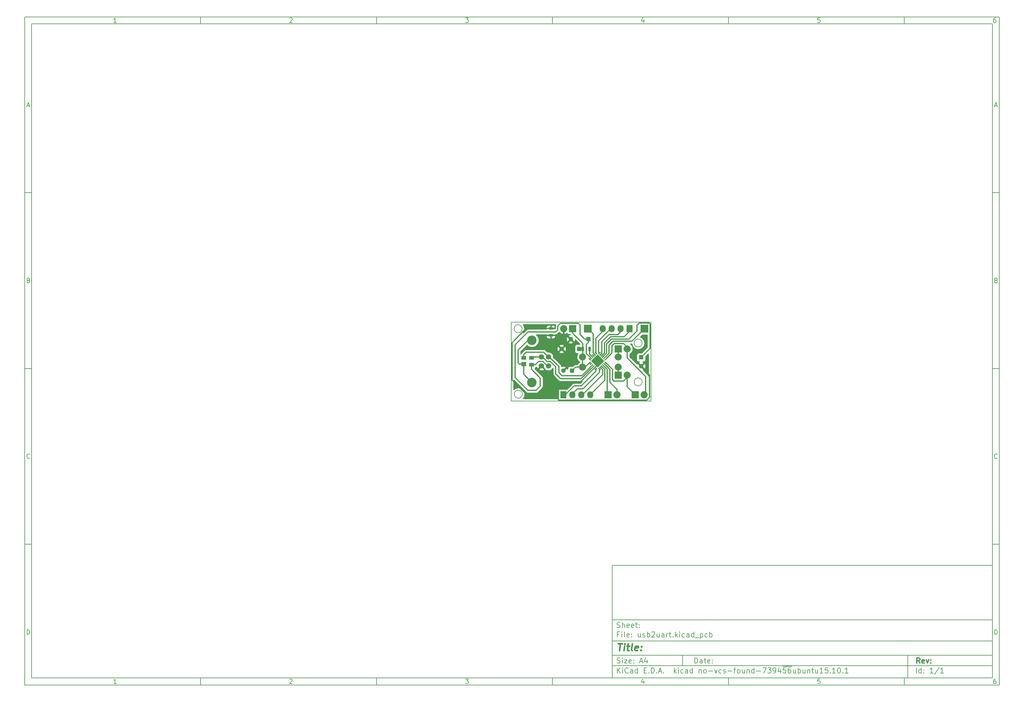
<source format=gbr>
G04 #@! TF.GenerationSoftware,KiCad,Pcbnew,no-vcs-found-7394~56~ubuntu15.10.1*
G04 #@! TF.CreationDate,2017-01-11T11:24:08+02:00*
G04 #@! TF.ProjectId,usb2uart,75736232756172742E6B696361645F70,rev?*
G04 #@! TF.FileFunction,Copper,L2,Bot,Signal*
G04 #@! TF.FilePolarity,Positive*
%FSLAX46Y46*%
G04 Gerber Fmt 4.6, Leading zero omitted, Abs format (unit mm)*
G04 Created by KiCad (PCBNEW no-vcs-found-7394~56~ubuntu15.10.1) date Wed Jan 11 11:24:08 2017*
%MOMM*%
%LPD*%
G01*
G04 APERTURE LIST*
%ADD10C,0.020000*%
%ADD11C,0.150000*%
%ADD12C,0.300000*%
%ADD13C,0.400000*%
%ADD14R,1.300000X1.300000*%
%ADD15C,1.300000*%
%ADD16R,1.727200X2.032000*%
%ADD17O,1.727200X2.032000*%
%ADD18R,1.399540X1.198880*%
%ADD19R,1.399540X1.000760*%
%ADD20C,2.600000*%
%ADD21C,0.300000*%
%ADD22C,1.524000*%
%ADD23C,2.700020*%
%ADD24R,2.032000X2.032000*%
%ADD25O,2.032000X2.032000*%
%ADD26R,2.000000X2.000000*%
%ADD27C,2.000000*%
%ADD28C,1.998980*%
%ADD29R,0.700000X1.300000*%
%ADD30R,2.235200X2.235200*%
%ADD31R,1.300000X0.700000*%
%ADD32C,0.254000*%
G04 APERTURE END LIST*
D10*
D11*
X177002200Y-166007200D02*
X177002200Y-198007200D01*
X285002200Y-198007200D01*
X285002200Y-166007200D01*
X177002200Y-166007200D01*
D10*
D11*
X10000000Y-10000000D02*
X10000000Y-200007200D01*
X287002200Y-200007200D01*
X287002200Y-10000000D01*
X10000000Y-10000000D01*
D10*
D11*
X12000000Y-12000000D02*
X12000000Y-198007200D01*
X285002200Y-198007200D01*
X285002200Y-12000000D01*
X12000000Y-12000000D01*
D10*
D11*
X60000000Y-12000000D02*
X60000000Y-10000000D01*
D10*
D11*
X110000000Y-12000000D02*
X110000000Y-10000000D01*
D10*
D11*
X160000000Y-12000000D02*
X160000000Y-10000000D01*
D10*
D11*
X210000000Y-12000000D02*
X210000000Y-10000000D01*
D10*
D11*
X260000000Y-12000000D02*
X260000000Y-10000000D01*
D10*
D11*
X36065476Y-11588095D02*
X35322619Y-11588095D01*
X35694047Y-11588095D02*
X35694047Y-10288095D01*
X35570238Y-10473809D01*
X35446428Y-10597619D01*
X35322619Y-10659523D01*
D10*
D11*
X85322619Y-10411904D02*
X85384523Y-10350000D01*
X85508333Y-10288095D01*
X85817857Y-10288095D01*
X85941666Y-10350000D01*
X86003571Y-10411904D01*
X86065476Y-10535714D01*
X86065476Y-10659523D01*
X86003571Y-10845238D01*
X85260714Y-11588095D01*
X86065476Y-11588095D01*
D10*
D11*
X135260714Y-10288095D02*
X136065476Y-10288095D01*
X135632142Y-10783333D01*
X135817857Y-10783333D01*
X135941666Y-10845238D01*
X136003571Y-10907142D01*
X136065476Y-11030952D01*
X136065476Y-11340476D01*
X136003571Y-11464285D01*
X135941666Y-11526190D01*
X135817857Y-11588095D01*
X135446428Y-11588095D01*
X135322619Y-11526190D01*
X135260714Y-11464285D01*
D10*
D11*
X185941666Y-10721428D02*
X185941666Y-11588095D01*
X185632142Y-10226190D02*
X185322619Y-11154761D01*
X186127380Y-11154761D01*
D10*
D11*
X236003571Y-10288095D02*
X235384523Y-10288095D01*
X235322619Y-10907142D01*
X235384523Y-10845238D01*
X235508333Y-10783333D01*
X235817857Y-10783333D01*
X235941666Y-10845238D01*
X236003571Y-10907142D01*
X236065476Y-11030952D01*
X236065476Y-11340476D01*
X236003571Y-11464285D01*
X235941666Y-11526190D01*
X235817857Y-11588095D01*
X235508333Y-11588095D01*
X235384523Y-11526190D01*
X235322619Y-11464285D01*
D10*
D11*
X285941666Y-10288095D02*
X285694047Y-10288095D01*
X285570238Y-10350000D01*
X285508333Y-10411904D01*
X285384523Y-10597619D01*
X285322619Y-10845238D01*
X285322619Y-11340476D01*
X285384523Y-11464285D01*
X285446428Y-11526190D01*
X285570238Y-11588095D01*
X285817857Y-11588095D01*
X285941666Y-11526190D01*
X286003571Y-11464285D01*
X286065476Y-11340476D01*
X286065476Y-11030952D01*
X286003571Y-10907142D01*
X285941666Y-10845238D01*
X285817857Y-10783333D01*
X285570238Y-10783333D01*
X285446428Y-10845238D01*
X285384523Y-10907142D01*
X285322619Y-11030952D01*
D10*
D11*
X60000000Y-198007200D02*
X60000000Y-200007200D01*
D10*
D11*
X110000000Y-198007200D02*
X110000000Y-200007200D01*
D10*
D11*
X160000000Y-198007200D02*
X160000000Y-200007200D01*
D10*
D11*
X210000000Y-198007200D02*
X210000000Y-200007200D01*
D10*
D11*
X260000000Y-198007200D02*
X260000000Y-200007200D01*
D10*
D11*
X36065476Y-199595295D02*
X35322619Y-199595295D01*
X35694047Y-199595295D02*
X35694047Y-198295295D01*
X35570238Y-198481009D01*
X35446428Y-198604819D01*
X35322619Y-198666723D01*
D10*
D11*
X85322619Y-198419104D02*
X85384523Y-198357200D01*
X85508333Y-198295295D01*
X85817857Y-198295295D01*
X85941666Y-198357200D01*
X86003571Y-198419104D01*
X86065476Y-198542914D01*
X86065476Y-198666723D01*
X86003571Y-198852438D01*
X85260714Y-199595295D01*
X86065476Y-199595295D01*
D10*
D11*
X135260714Y-198295295D02*
X136065476Y-198295295D01*
X135632142Y-198790533D01*
X135817857Y-198790533D01*
X135941666Y-198852438D01*
X136003571Y-198914342D01*
X136065476Y-199038152D01*
X136065476Y-199347676D01*
X136003571Y-199471485D01*
X135941666Y-199533390D01*
X135817857Y-199595295D01*
X135446428Y-199595295D01*
X135322619Y-199533390D01*
X135260714Y-199471485D01*
D10*
D11*
X185941666Y-198728628D02*
X185941666Y-199595295D01*
X185632142Y-198233390D02*
X185322619Y-199161961D01*
X186127380Y-199161961D01*
D10*
D11*
X236003571Y-198295295D02*
X235384523Y-198295295D01*
X235322619Y-198914342D01*
X235384523Y-198852438D01*
X235508333Y-198790533D01*
X235817857Y-198790533D01*
X235941666Y-198852438D01*
X236003571Y-198914342D01*
X236065476Y-199038152D01*
X236065476Y-199347676D01*
X236003571Y-199471485D01*
X235941666Y-199533390D01*
X235817857Y-199595295D01*
X235508333Y-199595295D01*
X235384523Y-199533390D01*
X235322619Y-199471485D01*
D10*
D11*
X285941666Y-198295295D02*
X285694047Y-198295295D01*
X285570238Y-198357200D01*
X285508333Y-198419104D01*
X285384523Y-198604819D01*
X285322619Y-198852438D01*
X285322619Y-199347676D01*
X285384523Y-199471485D01*
X285446428Y-199533390D01*
X285570238Y-199595295D01*
X285817857Y-199595295D01*
X285941666Y-199533390D01*
X286003571Y-199471485D01*
X286065476Y-199347676D01*
X286065476Y-199038152D01*
X286003571Y-198914342D01*
X285941666Y-198852438D01*
X285817857Y-198790533D01*
X285570238Y-198790533D01*
X285446428Y-198852438D01*
X285384523Y-198914342D01*
X285322619Y-199038152D01*
D10*
D11*
X10000000Y-60000000D02*
X12000000Y-60000000D01*
D10*
D11*
X10000000Y-110000000D02*
X12000000Y-110000000D01*
D10*
D11*
X10000000Y-160000000D02*
X12000000Y-160000000D01*
D10*
D11*
X10690476Y-35216666D02*
X11309523Y-35216666D01*
X10566666Y-35588095D02*
X11000000Y-34288095D01*
X11433333Y-35588095D01*
D10*
D11*
X11092857Y-84907142D02*
X11278571Y-84969047D01*
X11340476Y-85030952D01*
X11402380Y-85154761D01*
X11402380Y-85340476D01*
X11340476Y-85464285D01*
X11278571Y-85526190D01*
X11154761Y-85588095D01*
X10659523Y-85588095D01*
X10659523Y-84288095D01*
X11092857Y-84288095D01*
X11216666Y-84350000D01*
X11278571Y-84411904D01*
X11340476Y-84535714D01*
X11340476Y-84659523D01*
X11278571Y-84783333D01*
X11216666Y-84845238D01*
X11092857Y-84907142D01*
X10659523Y-84907142D01*
D10*
D11*
X11402380Y-135464285D02*
X11340476Y-135526190D01*
X11154761Y-135588095D01*
X11030952Y-135588095D01*
X10845238Y-135526190D01*
X10721428Y-135402380D01*
X10659523Y-135278571D01*
X10597619Y-135030952D01*
X10597619Y-134845238D01*
X10659523Y-134597619D01*
X10721428Y-134473809D01*
X10845238Y-134350000D01*
X11030952Y-134288095D01*
X11154761Y-134288095D01*
X11340476Y-134350000D01*
X11402380Y-134411904D01*
D10*
D11*
X10659523Y-185588095D02*
X10659523Y-184288095D01*
X10969047Y-184288095D01*
X11154761Y-184350000D01*
X11278571Y-184473809D01*
X11340476Y-184597619D01*
X11402380Y-184845238D01*
X11402380Y-185030952D01*
X11340476Y-185278571D01*
X11278571Y-185402380D01*
X11154761Y-185526190D01*
X10969047Y-185588095D01*
X10659523Y-185588095D01*
D10*
D11*
X287002200Y-60000000D02*
X285002200Y-60000000D01*
D10*
D11*
X287002200Y-110000000D02*
X285002200Y-110000000D01*
D10*
D11*
X287002200Y-160000000D02*
X285002200Y-160000000D01*
D10*
D11*
X285692676Y-35216666D02*
X286311723Y-35216666D01*
X285568866Y-35588095D02*
X286002200Y-34288095D01*
X286435533Y-35588095D01*
D10*
D11*
X286095057Y-84907142D02*
X286280771Y-84969047D01*
X286342676Y-85030952D01*
X286404580Y-85154761D01*
X286404580Y-85340476D01*
X286342676Y-85464285D01*
X286280771Y-85526190D01*
X286156961Y-85588095D01*
X285661723Y-85588095D01*
X285661723Y-84288095D01*
X286095057Y-84288095D01*
X286218866Y-84350000D01*
X286280771Y-84411904D01*
X286342676Y-84535714D01*
X286342676Y-84659523D01*
X286280771Y-84783333D01*
X286218866Y-84845238D01*
X286095057Y-84907142D01*
X285661723Y-84907142D01*
D10*
D11*
X286404580Y-135464285D02*
X286342676Y-135526190D01*
X286156961Y-135588095D01*
X286033152Y-135588095D01*
X285847438Y-135526190D01*
X285723628Y-135402380D01*
X285661723Y-135278571D01*
X285599819Y-135030952D01*
X285599819Y-134845238D01*
X285661723Y-134597619D01*
X285723628Y-134473809D01*
X285847438Y-134350000D01*
X286033152Y-134288095D01*
X286156961Y-134288095D01*
X286342676Y-134350000D01*
X286404580Y-134411904D01*
D10*
D11*
X285661723Y-185588095D02*
X285661723Y-184288095D01*
X285971247Y-184288095D01*
X286156961Y-184350000D01*
X286280771Y-184473809D01*
X286342676Y-184597619D01*
X286404580Y-184845238D01*
X286404580Y-185030952D01*
X286342676Y-185278571D01*
X286280771Y-185402380D01*
X286156961Y-185526190D01*
X285971247Y-185588095D01*
X285661723Y-185588095D01*
D10*
D11*
X200434342Y-193785771D02*
X200434342Y-192285771D01*
X200791485Y-192285771D01*
X201005771Y-192357200D01*
X201148628Y-192500057D01*
X201220057Y-192642914D01*
X201291485Y-192928628D01*
X201291485Y-193142914D01*
X201220057Y-193428628D01*
X201148628Y-193571485D01*
X201005771Y-193714342D01*
X200791485Y-193785771D01*
X200434342Y-193785771D01*
X202577200Y-193785771D02*
X202577200Y-193000057D01*
X202505771Y-192857200D01*
X202362914Y-192785771D01*
X202077200Y-192785771D01*
X201934342Y-192857200D01*
X202577200Y-193714342D02*
X202434342Y-193785771D01*
X202077200Y-193785771D01*
X201934342Y-193714342D01*
X201862914Y-193571485D01*
X201862914Y-193428628D01*
X201934342Y-193285771D01*
X202077200Y-193214342D01*
X202434342Y-193214342D01*
X202577200Y-193142914D01*
X203077200Y-192785771D02*
X203648628Y-192785771D01*
X203291485Y-192285771D02*
X203291485Y-193571485D01*
X203362914Y-193714342D01*
X203505771Y-193785771D01*
X203648628Y-193785771D01*
X204720057Y-193714342D02*
X204577200Y-193785771D01*
X204291485Y-193785771D01*
X204148628Y-193714342D01*
X204077200Y-193571485D01*
X204077200Y-193000057D01*
X204148628Y-192857200D01*
X204291485Y-192785771D01*
X204577200Y-192785771D01*
X204720057Y-192857200D01*
X204791485Y-193000057D01*
X204791485Y-193142914D01*
X204077200Y-193285771D01*
X205434342Y-193642914D02*
X205505771Y-193714342D01*
X205434342Y-193785771D01*
X205362914Y-193714342D01*
X205434342Y-193642914D01*
X205434342Y-193785771D01*
X205434342Y-192857200D02*
X205505771Y-192928628D01*
X205434342Y-193000057D01*
X205362914Y-192928628D01*
X205434342Y-192857200D01*
X205434342Y-193000057D01*
D10*
D11*
X177002200Y-194507200D02*
X285002200Y-194507200D01*
D10*
D11*
X178434342Y-196585771D02*
X178434342Y-195085771D01*
X179291485Y-196585771D02*
X178648628Y-195728628D01*
X179291485Y-195085771D02*
X178434342Y-195942914D01*
X179934342Y-196585771D02*
X179934342Y-195585771D01*
X179934342Y-195085771D02*
X179862914Y-195157200D01*
X179934342Y-195228628D01*
X180005771Y-195157200D01*
X179934342Y-195085771D01*
X179934342Y-195228628D01*
X181505771Y-196442914D02*
X181434342Y-196514342D01*
X181220057Y-196585771D01*
X181077200Y-196585771D01*
X180862914Y-196514342D01*
X180720057Y-196371485D01*
X180648628Y-196228628D01*
X180577200Y-195942914D01*
X180577200Y-195728628D01*
X180648628Y-195442914D01*
X180720057Y-195300057D01*
X180862914Y-195157200D01*
X181077200Y-195085771D01*
X181220057Y-195085771D01*
X181434342Y-195157200D01*
X181505771Y-195228628D01*
X182791485Y-196585771D02*
X182791485Y-195800057D01*
X182720057Y-195657200D01*
X182577200Y-195585771D01*
X182291485Y-195585771D01*
X182148628Y-195657200D01*
X182791485Y-196514342D02*
X182648628Y-196585771D01*
X182291485Y-196585771D01*
X182148628Y-196514342D01*
X182077200Y-196371485D01*
X182077200Y-196228628D01*
X182148628Y-196085771D01*
X182291485Y-196014342D01*
X182648628Y-196014342D01*
X182791485Y-195942914D01*
X184148628Y-196585771D02*
X184148628Y-195085771D01*
X184148628Y-196514342D02*
X184005771Y-196585771D01*
X183720057Y-196585771D01*
X183577200Y-196514342D01*
X183505771Y-196442914D01*
X183434342Y-196300057D01*
X183434342Y-195871485D01*
X183505771Y-195728628D01*
X183577200Y-195657200D01*
X183720057Y-195585771D01*
X184005771Y-195585771D01*
X184148628Y-195657200D01*
X186005771Y-195800057D02*
X186505771Y-195800057D01*
X186720057Y-196585771D02*
X186005771Y-196585771D01*
X186005771Y-195085771D01*
X186720057Y-195085771D01*
X187362914Y-196442914D02*
X187434342Y-196514342D01*
X187362914Y-196585771D01*
X187291485Y-196514342D01*
X187362914Y-196442914D01*
X187362914Y-196585771D01*
X188077200Y-196585771D02*
X188077200Y-195085771D01*
X188434342Y-195085771D01*
X188648628Y-195157200D01*
X188791485Y-195300057D01*
X188862914Y-195442914D01*
X188934342Y-195728628D01*
X188934342Y-195942914D01*
X188862914Y-196228628D01*
X188791485Y-196371485D01*
X188648628Y-196514342D01*
X188434342Y-196585771D01*
X188077200Y-196585771D01*
X189577200Y-196442914D02*
X189648628Y-196514342D01*
X189577200Y-196585771D01*
X189505771Y-196514342D01*
X189577200Y-196442914D01*
X189577200Y-196585771D01*
X190220057Y-196157200D02*
X190934342Y-196157200D01*
X190077200Y-196585771D02*
X190577200Y-195085771D01*
X191077200Y-196585771D01*
X191577200Y-196442914D02*
X191648628Y-196514342D01*
X191577200Y-196585771D01*
X191505771Y-196514342D01*
X191577200Y-196442914D01*
X191577200Y-196585771D01*
X194577200Y-196585771D02*
X194577200Y-195085771D01*
X194720057Y-196014342D02*
X195148628Y-196585771D01*
X195148628Y-195585771D02*
X194577200Y-196157200D01*
X195791485Y-196585771D02*
X195791485Y-195585771D01*
X195791485Y-195085771D02*
X195720057Y-195157200D01*
X195791485Y-195228628D01*
X195862914Y-195157200D01*
X195791485Y-195085771D01*
X195791485Y-195228628D01*
X197148628Y-196514342D02*
X197005771Y-196585771D01*
X196720057Y-196585771D01*
X196577200Y-196514342D01*
X196505771Y-196442914D01*
X196434342Y-196300057D01*
X196434342Y-195871485D01*
X196505771Y-195728628D01*
X196577200Y-195657200D01*
X196720057Y-195585771D01*
X197005771Y-195585771D01*
X197148628Y-195657200D01*
X198434342Y-196585771D02*
X198434342Y-195800057D01*
X198362914Y-195657200D01*
X198220057Y-195585771D01*
X197934342Y-195585771D01*
X197791485Y-195657200D01*
X198434342Y-196514342D02*
X198291485Y-196585771D01*
X197934342Y-196585771D01*
X197791485Y-196514342D01*
X197720057Y-196371485D01*
X197720057Y-196228628D01*
X197791485Y-196085771D01*
X197934342Y-196014342D01*
X198291485Y-196014342D01*
X198434342Y-195942914D01*
X199791485Y-196585771D02*
X199791485Y-195085771D01*
X199791485Y-196514342D02*
X199648628Y-196585771D01*
X199362914Y-196585771D01*
X199220057Y-196514342D01*
X199148628Y-196442914D01*
X199077200Y-196300057D01*
X199077200Y-195871485D01*
X199148628Y-195728628D01*
X199220057Y-195657200D01*
X199362914Y-195585771D01*
X199648628Y-195585771D01*
X199791485Y-195657200D01*
X201648628Y-195585771D02*
X201648628Y-196585771D01*
X201648628Y-195728628D02*
X201720057Y-195657200D01*
X201862914Y-195585771D01*
X202077200Y-195585771D01*
X202220057Y-195657200D01*
X202291485Y-195800057D01*
X202291485Y-196585771D01*
X203220057Y-196585771D02*
X203077200Y-196514342D01*
X203005771Y-196442914D01*
X202934342Y-196300057D01*
X202934342Y-195871485D01*
X203005771Y-195728628D01*
X203077200Y-195657200D01*
X203220057Y-195585771D01*
X203434342Y-195585771D01*
X203577200Y-195657200D01*
X203648628Y-195728628D01*
X203720057Y-195871485D01*
X203720057Y-196300057D01*
X203648628Y-196442914D01*
X203577200Y-196514342D01*
X203434342Y-196585771D01*
X203220057Y-196585771D01*
X204362914Y-196014342D02*
X205505771Y-196014342D01*
X206077200Y-195585771D02*
X206434342Y-196585771D01*
X206791485Y-195585771D01*
X208005771Y-196514342D02*
X207862914Y-196585771D01*
X207577200Y-196585771D01*
X207434342Y-196514342D01*
X207362914Y-196442914D01*
X207291485Y-196300057D01*
X207291485Y-195871485D01*
X207362914Y-195728628D01*
X207434342Y-195657200D01*
X207577200Y-195585771D01*
X207862914Y-195585771D01*
X208005771Y-195657200D01*
X208577200Y-196514342D02*
X208720057Y-196585771D01*
X209005771Y-196585771D01*
X209148628Y-196514342D01*
X209220057Y-196371485D01*
X209220057Y-196300057D01*
X209148628Y-196157200D01*
X209005771Y-196085771D01*
X208791485Y-196085771D01*
X208648628Y-196014342D01*
X208577200Y-195871485D01*
X208577200Y-195800057D01*
X208648628Y-195657200D01*
X208791485Y-195585771D01*
X209005771Y-195585771D01*
X209148628Y-195657200D01*
X209862914Y-196014342D02*
X211005771Y-196014342D01*
X211505771Y-195585771D02*
X212077200Y-195585771D01*
X211720057Y-196585771D02*
X211720057Y-195300057D01*
X211791485Y-195157200D01*
X211934342Y-195085771D01*
X212077200Y-195085771D01*
X212791485Y-196585771D02*
X212648628Y-196514342D01*
X212577200Y-196442914D01*
X212505771Y-196300057D01*
X212505771Y-195871485D01*
X212577200Y-195728628D01*
X212648628Y-195657200D01*
X212791485Y-195585771D01*
X213005771Y-195585771D01*
X213148628Y-195657200D01*
X213220057Y-195728628D01*
X213291485Y-195871485D01*
X213291485Y-196300057D01*
X213220057Y-196442914D01*
X213148628Y-196514342D01*
X213005771Y-196585771D01*
X212791485Y-196585771D01*
X214577200Y-195585771D02*
X214577200Y-196585771D01*
X213934342Y-195585771D02*
X213934342Y-196371485D01*
X214005771Y-196514342D01*
X214148628Y-196585771D01*
X214362914Y-196585771D01*
X214505771Y-196514342D01*
X214577200Y-196442914D01*
X215291485Y-195585771D02*
X215291485Y-196585771D01*
X215291485Y-195728628D02*
X215362914Y-195657200D01*
X215505771Y-195585771D01*
X215720057Y-195585771D01*
X215862914Y-195657200D01*
X215934342Y-195800057D01*
X215934342Y-196585771D01*
X217291485Y-196585771D02*
X217291485Y-195085771D01*
X217291485Y-196514342D02*
X217148628Y-196585771D01*
X216862914Y-196585771D01*
X216720057Y-196514342D01*
X216648628Y-196442914D01*
X216577200Y-196300057D01*
X216577200Y-195871485D01*
X216648628Y-195728628D01*
X216720057Y-195657200D01*
X216862914Y-195585771D01*
X217148628Y-195585771D01*
X217291485Y-195657200D01*
X218005771Y-196014342D02*
X219148628Y-196014342D01*
X219720057Y-195085771D02*
X220720057Y-195085771D01*
X220077200Y-196585771D01*
X221148628Y-195085771D02*
X222077200Y-195085771D01*
X221577200Y-195657200D01*
X221791485Y-195657200D01*
X221934342Y-195728628D01*
X222005771Y-195800057D01*
X222077200Y-195942914D01*
X222077200Y-196300057D01*
X222005771Y-196442914D01*
X221934342Y-196514342D01*
X221791485Y-196585771D01*
X221362914Y-196585771D01*
X221220057Y-196514342D01*
X221148628Y-196442914D01*
X222791485Y-196585771D02*
X223077200Y-196585771D01*
X223220057Y-196514342D01*
X223291485Y-196442914D01*
X223434342Y-196228628D01*
X223505771Y-195942914D01*
X223505771Y-195371485D01*
X223434342Y-195228628D01*
X223362914Y-195157200D01*
X223220057Y-195085771D01*
X222934342Y-195085771D01*
X222791485Y-195157200D01*
X222720057Y-195228628D01*
X222648628Y-195371485D01*
X222648628Y-195728628D01*
X222720057Y-195871485D01*
X222791485Y-195942914D01*
X222934342Y-196014342D01*
X223220057Y-196014342D01*
X223362914Y-195942914D01*
X223434342Y-195871485D01*
X223505771Y-195728628D01*
X224791485Y-195585771D02*
X224791485Y-196585771D01*
X224434342Y-195014342D02*
X224077200Y-196085771D01*
X225005771Y-196085771D01*
X225467557Y-194677200D02*
X226648628Y-194677200D01*
X226291485Y-195085771D02*
X225577200Y-195085771D01*
X225505771Y-195800057D01*
X225577200Y-195728628D01*
X225720057Y-195657200D01*
X226077200Y-195657200D01*
X226220057Y-195728628D01*
X226291485Y-195800057D01*
X226362914Y-195942914D01*
X226362914Y-196300057D01*
X226291485Y-196442914D01*
X226220057Y-196514342D01*
X226077200Y-196585771D01*
X225720057Y-196585771D01*
X225577200Y-196514342D01*
X225505771Y-196442914D01*
X226648628Y-194677200D02*
X228077200Y-194677200D01*
X227648628Y-195085771D02*
X227362914Y-195085771D01*
X227220057Y-195157200D01*
X227148628Y-195228628D01*
X227005771Y-195442914D01*
X226934342Y-195728628D01*
X226934342Y-196300057D01*
X227005771Y-196442914D01*
X227077200Y-196514342D01*
X227220057Y-196585771D01*
X227505771Y-196585771D01*
X227648628Y-196514342D01*
X227720057Y-196442914D01*
X227791485Y-196300057D01*
X227791485Y-195942914D01*
X227720057Y-195800057D01*
X227648628Y-195728628D01*
X227505771Y-195657200D01*
X227220057Y-195657200D01*
X227077200Y-195728628D01*
X227005771Y-195800057D01*
X226934342Y-195942914D01*
X229077200Y-195585771D02*
X229077200Y-196585771D01*
X228434342Y-195585771D02*
X228434342Y-196371485D01*
X228505771Y-196514342D01*
X228648628Y-196585771D01*
X228862914Y-196585771D01*
X229005771Y-196514342D01*
X229077200Y-196442914D01*
X229791485Y-196585771D02*
X229791485Y-195085771D01*
X229791485Y-195657200D02*
X229934342Y-195585771D01*
X230220057Y-195585771D01*
X230362914Y-195657200D01*
X230434342Y-195728628D01*
X230505771Y-195871485D01*
X230505771Y-196300057D01*
X230434342Y-196442914D01*
X230362914Y-196514342D01*
X230220057Y-196585771D01*
X229934342Y-196585771D01*
X229791485Y-196514342D01*
X231791485Y-195585771D02*
X231791485Y-196585771D01*
X231148628Y-195585771D02*
X231148628Y-196371485D01*
X231220057Y-196514342D01*
X231362914Y-196585771D01*
X231577200Y-196585771D01*
X231720057Y-196514342D01*
X231791485Y-196442914D01*
X232505771Y-195585771D02*
X232505771Y-196585771D01*
X232505771Y-195728628D02*
X232577200Y-195657200D01*
X232720057Y-195585771D01*
X232934342Y-195585771D01*
X233077200Y-195657200D01*
X233148628Y-195800057D01*
X233148628Y-196585771D01*
X233648628Y-195585771D02*
X234220057Y-195585771D01*
X233862914Y-195085771D02*
X233862914Y-196371485D01*
X233934342Y-196514342D01*
X234077200Y-196585771D01*
X234220057Y-196585771D01*
X235362914Y-195585771D02*
X235362914Y-196585771D01*
X234720057Y-195585771D02*
X234720057Y-196371485D01*
X234791485Y-196514342D01*
X234934342Y-196585771D01*
X235148628Y-196585771D01*
X235291485Y-196514342D01*
X235362914Y-196442914D01*
X236862914Y-196585771D02*
X236005771Y-196585771D01*
X236434342Y-196585771D02*
X236434342Y-195085771D01*
X236291485Y-195300057D01*
X236148628Y-195442914D01*
X236005771Y-195514342D01*
X238220057Y-195085771D02*
X237505771Y-195085771D01*
X237434342Y-195800057D01*
X237505771Y-195728628D01*
X237648628Y-195657200D01*
X238005771Y-195657200D01*
X238148628Y-195728628D01*
X238220057Y-195800057D01*
X238291485Y-195942914D01*
X238291485Y-196300057D01*
X238220057Y-196442914D01*
X238148628Y-196514342D01*
X238005771Y-196585771D01*
X237648628Y-196585771D01*
X237505771Y-196514342D01*
X237434342Y-196442914D01*
X238934342Y-196442914D02*
X239005771Y-196514342D01*
X238934342Y-196585771D01*
X238862914Y-196514342D01*
X238934342Y-196442914D01*
X238934342Y-196585771D01*
X240434342Y-196585771D02*
X239577200Y-196585771D01*
X240005771Y-196585771D02*
X240005771Y-195085771D01*
X239862914Y-195300057D01*
X239720057Y-195442914D01*
X239577200Y-195514342D01*
X241362914Y-195085771D02*
X241505771Y-195085771D01*
X241648628Y-195157200D01*
X241720057Y-195228628D01*
X241791485Y-195371485D01*
X241862914Y-195657200D01*
X241862914Y-196014342D01*
X241791485Y-196300057D01*
X241720057Y-196442914D01*
X241648628Y-196514342D01*
X241505771Y-196585771D01*
X241362914Y-196585771D01*
X241220057Y-196514342D01*
X241148628Y-196442914D01*
X241077200Y-196300057D01*
X241005771Y-196014342D01*
X241005771Y-195657200D01*
X241077200Y-195371485D01*
X241148628Y-195228628D01*
X241220057Y-195157200D01*
X241362914Y-195085771D01*
X242505771Y-196442914D02*
X242577199Y-196514342D01*
X242505771Y-196585771D01*
X242434342Y-196514342D01*
X242505771Y-196442914D01*
X242505771Y-196585771D01*
X244005771Y-196585771D02*
X243148628Y-196585771D01*
X243577200Y-196585771D02*
X243577200Y-195085771D01*
X243434342Y-195300057D01*
X243291485Y-195442914D01*
X243148628Y-195514342D01*
D10*
D11*
X177002200Y-191507200D02*
X285002200Y-191507200D01*
D10*
D12*
X264411485Y-193785771D02*
X263911485Y-193071485D01*
X263554342Y-193785771D02*
X263554342Y-192285771D01*
X264125771Y-192285771D01*
X264268628Y-192357200D01*
X264340057Y-192428628D01*
X264411485Y-192571485D01*
X264411485Y-192785771D01*
X264340057Y-192928628D01*
X264268628Y-193000057D01*
X264125771Y-193071485D01*
X263554342Y-193071485D01*
X265625771Y-193714342D02*
X265482914Y-193785771D01*
X265197200Y-193785771D01*
X265054342Y-193714342D01*
X264982914Y-193571485D01*
X264982914Y-193000057D01*
X265054342Y-192857200D01*
X265197200Y-192785771D01*
X265482914Y-192785771D01*
X265625771Y-192857200D01*
X265697200Y-193000057D01*
X265697200Y-193142914D01*
X264982914Y-193285771D01*
X266197200Y-192785771D02*
X266554342Y-193785771D01*
X266911485Y-192785771D01*
X267482914Y-193642914D02*
X267554342Y-193714342D01*
X267482914Y-193785771D01*
X267411485Y-193714342D01*
X267482914Y-193642914D01*
X267482914Y-193785771D01*
X267482914Y-192857200D02*
X267554342Y-192928628D01*
X267482914Y-193000057D01*
X267411485Y-192928628D01*
X267482914Y-192857200D01*
X267482914Y-193000057D01*
D10*
D11*
X178362914Y-193714342D02*
X178577200Y-193785771D01*
X178934342Y-193785771D01*
X179077200Y-193714342D01*
X179148628Y-193642914D01*
X179220057Y-193500057D01*
X179220057Y-193357200D01*
X179148628Y-193214342D01*
X179077200Y-193142914D01*
X178934342Y-193071485D01*
X178648628Y-193000057D01*
X178505771Y-192928628D01*
X178434342Y-192857200D01*
X178362914Y-192714342D01*
X178362914Y-192571485D01*
X178434342Y-192428628D01*
X178505771Y-192357200D01*
X178648628Y-192285771D01*
X179005771Y-192285771D01*
X179220057Y-192357200D01*
X179862914Y-193785771D02*
X179862914Y-192785771D01*
X179862914Y-192285771D02*
X179791485Y-192357200D01*
X179862914Y-192428628D01*
X179934342Y-192357200D01*
X179862914Y-192285771D01*
X179862914Y-192428628D01*
X180434342Y-192785771D02*
X181220057Y-192785771D01*
X180434342Y-193785771D01*
X181220057Y-193785771D01*
X182362914Y-193714342D02*
X182220057Y-193785771D01*
X181934342Y-193785771D01*
X181791485Y-193714342D01*
X181720057Y-193571485D01*
X181720057Y-193000057D01*
X181791485Y-192857200D01*
X181934342Y-192785771D01*
X182220057Y-192785771D01*
X182362914Y-192857200D01*
X182434342Y-193000057D01*
X182434342Y-193142914D01*
X181720057Y-193285771D01*
X183077200Y-193642914D02*
X183148628Y-193714342D01*
X183077200Y-193785771D01*
X183005771Y-193714342D01*
X183077200Y-193642914D01*
X183077200Y-193785771D01*
X183077200Y-192857200D02*
X183148628Y-192928628D01*
X183077200Y-193000057D01*
X183005771Y-192928628D01*
X183077200Y-192857200D01*
X183077200Y-193000057D01*
X184862914Y-193357200D02*
X185577200Y-193357200D01*
X184720057Y-193785771D02*
X185220057Y-192285771D01*
X185720057Y-193785771D01*
X186862914Y-192785771D02*
X186862914Y-193785771D01*
X186505771Y-192214342D02*
X186148628Y-193285771D01*
X187077200Y-193285771D01*
D10*
D11*
X263434342Y-196585771D02*
X263434342Y-195085771D01*
X264791485Y-196585771D02*
X264791485Y-195085771D01*
X264791485Y-196514342D02*
X264648628Y-196585771D01*
X264362914Y-196585771D01*
X264220057Y-196514342D01*
X264148628Y-196442914D01*
X264077200Y-196300057D01*
X264077200Y-195871485D01*
X264148628Y-195728628D01*
X264220057Y-195657200D01*
X264362914Y-195585771D01*
X264648628Y-195585771D01*
X264791485Y-195657200D01*
X265505771Y-196442914D02*
X265577200Y-196514342D01*
X265505771Y-196585771D01*
X265434342Y-196514342D01*
X265505771Y-196442914D01*
X265505771Y-196585771D01*
X265505771Y-195657200D02*
X265577200Y-195728628D01*
X265505771Y-195800057D01*
X265434342Y-195728628D01*
X265505771Y-195657200D01*
X265505771Y-195800057D01*
X268148628Y-196585771D02*
X267291485Y-196585771D01*
X267720057Y-196585771D02*
X267720057Y-195085771D01*
X267577200Y-195300057D01*
X267434342Y-195442914D01*
X267291485Y-195514342D01*
X269862914Y-195014342D02*
X268577200Y-196942914D01*
X271148628Y-196585771D02*
X270291485Y-196585771D01*
X270720057Y-196585771D02*
X270720057Y-195085771D01*
X270577200Y-195300057D01*
X270434342Y-195442914D01*
X270291485Y-195514342D01*
D10*
D11*
X177002200Y-187507200D02*
X285002200Y-187507200D01*
D10*
D13*
X178714580Y-188211961D02*
X179857438Y-188211961D01*
X179036009Y-190211961D02*
X179286009Y-188211961D01*
X180274104Y-190211961D02*
X180440771Y-188878628D01*
X180524104Y-188211961D02*
X180416961Y-188307200D01*
X180500295Y-188402438D01*
X180607438Y-188307200D01*
X180524104Y-188211961D01*
X180500295Y-188402438D01*
X181107438Y-188878628D02*
X181869342Y-188878628D01*
X181476485Y-188211961D02*
X181262200Y-189926247D01*
X181333628Y-190116723D01*
X181512200Y-190211961D01*
X181702676Y-190211961D01*
X182655057Y-190211961D02*
X182476485Y-190116723D01*
X182405057Y-189926247D01*
X182619342Y-188211961D01*
X184190771Y-190116723D02*
X183988390Y-190211961D01*
X183607438Y-190211961D01*
X183428866Y-190116723D01*
X183357438Y-189926247D01*
X183452676Y-189164342D01*
X183571723Y-188973866D01*
X183774104Y-188878628D01*
X184155057Y-188878628D01*
X184333628Y-188973866D01*
X184405057Y-189164342D01*
X184381247Y-189354819D01*
X183405057Y-189545295D01*
X185155057Y-190021485D02*
X185238390Y-190116723D01*
X185131247Y-190211961D01*
X185047914Y-190116723D01*
X185155057Y-190021485D01*
X185131247Y-190211961D01*
X185286009Y-188973866D02*
X185369342Y-189069104D01*
X185262200Y-189164342D01*
X185178866Y-189069104D01*
X185286009Y-188973866D01*
X185262200Y-189164342D01*
D10*
D11*
X178934342Y-185600057D02*
X178434342Y-185600057D01*
X178434342Y-186385771D02*
X178434342Y-184885771D01*
X179148628Y-184885771D01*
X179720057Y-186385771D02*
X179720057Y-185385771D01*
X179720057Y-184885771D02*
X179648628Y-184957200D01*
X179720057Y-185028628D01*
X179791485Y-184957200D01*
X179720057Y-184885771D01*
X179720057Y-185028628D01*
X180648628Y-186385771D02*
X180505771Y-186314342D01*
X180434342Y-186171485D01*
X180434342Y-184885771D01*
X181791485Y-186314342D02*
X181648628Y-186385771D01*
X181362914Y-186385771D01*
X181220057Y-186314342D01*
X181148628Y-186171485D01*
X181148628Y-185600057D01*
X181220057Y-185457200D01*
X181362914Y-185385771D01*
X181648628Y-185385771D01*
X181791485Y-185457200D01*
X181862914Y-185600057D01*
X181862914Y-185742914D01*
X181148628Y-185885771D01*
X182505771Y-186242914D02*
X182577200Y-186314342D01*
X182505771Y-186385771D01*
X182434342Y-186314342D01*
X182505771Y-186242914D01*
X182505771Y-186385771D01*
X182505771Y-185457200D02*
X182577200Y-185528628D01*
X182505771Y-185600057D01*
X182434342Y-185528628D01*
X182505771Y-185457200D01*
X182505771Y-185600057D01*
X185005771Y-185385771D02*
X185005771Y-186385771D01*
X184362914Y-185385771D02*
X184362914Y-186171485D01*
X184434342Y-186314342D01*
X184577200Y-186385771D01*
X184791485Y-186385771D01*
X184934342Y-186314342D01*
X185005771Y-186242914D01*
X185648628Y-186314342D02*
X185791485Y-186385771D01*
X186077200Y-186385771D01*
X186220057Y-186314342D01*
X186291485Y-186171485D01*
X186291485Y-186100057D01*
X186220057Y-185957200D01*
X186077200Y-185885771D01*
X185862914Y-185885771D01*
X185720057Y-185814342D01*
X185648628Y-185671485D01*
X185648628Y-185600057D01*
X185720057Y-185457200D01*
X185862914Y-185385771D01*
X186077200Y-185385771D01*
X186220057Y-185457200D01*
X186934342Y-186385771D02*
X186934342Y-184885771D01*
X186934342Y-185457200D02*
X187077200Y-185385771D01*
X187362914Y-185385771D01*
X187505771Y-185457200D01*
X187577200Y-185528628D01*
X187648628Y-185671485D01*
X187648628Y-186100057D01*
X187577200Y-186242914D01*
X187505771Y-186314342D01*
X187362914Y-186385771D01*
X187077200Y-186385771D01*
X186934342Y-186314342D01*
X188220057Y-185028628D02*
X188291485Y-184957200D01*
X188434342Y-184885771D01*
X188791485Y-184885771D01*
X188934342Y-184957200D01*
X189005771Y-185028628D01*
X189077200Y-185171485D01*
X189077200Y-185314342D01*
X189005771Y-185528628D01*
X188148628Y-186385771D01*
X189077200Y-186385771D01*
X190362914Y-185385771D02*
X190362914Y-186385771D01*
X189720057Y-185385771D02*
X189720057Y-186171485D01*
X189791485Y-186314342D01*
X189934342Y-186385771D01*
X190148628Y-186385771D01*
X190291485Y-186314342D01*
X190362914Y-186242914D01*
X191720057Y-186385771D02*
X191720057Y-185600057D01*
X191648628Y-185457200D01*
X191505771Y-185385771D01*
X191220057Y-185385771D01*
X191077200Y-185457200D01*
X191720057Y-186314342D02*
X191577200Y-186385771D01*
X191220057Y-186385771D01*
X191077200Y-186314342D01*
X191005771Y-186171485D01*
X191005771Y-186028628D01*
X191077200Y-185885771D01*
X191220057Y-185814342D01*
X191577200Y-185814342D01*
X191720057Y-185742914D01*
X192434342Y-186385771D02*
X192434342Y-185385771D01*
X192434342Y-185671485D02*
X192505771Y-185528628D01*
X192577200Y-185457200D01*
X192720057Y-185385771D01*
X192862914Y-185385771D01*
X193148628Y-185385771D02*
X193720057Y-185385771D01*
X193362914Y-184885771D02*
X193362914Y-186171485D01*
X193434342Y-186314342D01*
X193577200Y-186385771D01*
X193720057Y-186385771D01*
X194220057Y-186242914D02*
X194291485Y-186314342D01*
X194220057Y-186385771D01*
X194148628Y-186314342D01*
X194220057Y-186242914D01*
X194220057Y-186385771D01*
X194934342Y-186385771D02*
X194934342Y-184885771D01*
X195077200Y-185814342D02*
X195505771Y-186385771D01*
X195505771Y-185385771D02*
X194934342Y-185957200D01*
X196148628Y-186385771D02*
X196148628Y-185385771D01*
X196148628Y-184885771D02*
X196077200Y-184957200D01*
X196148628Y-185028628D01*
X196220057Y-184957200D01*
X196148628Y-184885771D01*
X196148628Y-185028628D01*
X197505771Y-186314342D02*
X197362914Y-186385771D01*
X197077200Y-186385771D01*
X196934342Y-186314342D01*
X196862914Y-186242914D01*
X196791485Y-186100057D01*
X196791485Y-185671485D01*
X196862914Y-185528628D01*
X196934342Y-185457200D01*
X197077200Y-185385771D01*
X197362914Y-185385771D01*
X197505771Y-185457200D01*
X198791485Y-186385771D02*
X198791485Y-185600057D01*
X198720057Y-185457200D01*
X198577200Y-185385771D01*
X198291485Y-185385771D01*
X198148628Y-185457200D01*
X198791485Y-186314342D02*
X198648628Y-186385771D01*
X198291485Y-186385771D01*
X198148628Y-186314342D01*
X198077200Y-186171485D01*
X198077200Y-186028628D01*
X198148628Y-185885771D01*
X198291485Y-185814342D01*
X198648628Y-185814342D01*
X198791485Y-185742914D01*
X200148628Y-186385771D02*
X200148628Y-184885771D01*
X200148628Y-186314342D02*
X200005771Y-186385771D01*
X199720057Y-186385771D01*
X199577200Y-186314342D01*
X199505771Y-186242914D01*
X199434342Y-186100057D01*
X199434342Y-185671485D01*
X199505771Y-185528628D01*
X199577200Y-185457200D01*
X199720057Y-185385771D01*
X200005771Y-185385771D01*
X200148628Y-185457200D01*
X200505771Y-186528628D02*
X201648628Y-186528628D01*
X202005771Y-185385771D02*
X202005771Y-186885771D01*
X202005771Y-185457200D02*
X202148628Y-185385771D01*
X202434342Y-185385771D01*
X202577200Y-185457200D01*
X202648628Y-185528628D01*
X202720057Y-185671485D01*
X202720057Y-186100057D01*
X202648628Y-186242914D01*
X202577200Y-186314342D01*
X202434342Y-186385771D01*
X202148628Y-186385771D01*
X202005771Y-186314342D01*
X204005771Y-186314342D02*
X203862914Y-186385771D01*
X203577200Y-186385771D01*
X203434342Y-186314342D01*
X203362914Y-186242914D01*
X203291485Y-186100057D01*
X203291485Y-185671485D01*
X203362914Y-185528628D01*
X203434342Y-185457200D01*
X203577200Y-185385771D01*
X203862914Y-185385771D01*
X204005771Y-185457200D01*
X204648628Y-186385771D02*
X204648628Y-184885771D01*
X204648628Y-185457200D02*
X204791485Y-185385771D01*
X205077200Y-185385771D01*
X205220057Y-185457200D01*
X205291485Y-185528628D01*
X205362914Y-185671485D01*
X205362914Y-186100057D01*
X205291485Y-186242914D01*
X205220057Y-186314342D01*
X205077200Y-186385771D01*
X204791485Y-186385771D01*
X204648628Y-186314342D01*
D10*
D11*
X177002200Y-181507200D02*
X285002200Y-181507200D01*
D10*
D11*
X178362914Y-183614342D02*
X178577200Y-183685771D01*
X178934342Y-183685771D01*
X179077200Y-183614342D01*
X179148628Y-183542914D01*
X179220057Y-183400057D01*
X179220057Y-183257200D01*
X179148628Y-183114342D01*
X179077200Y-183042914D01*
X178934342Y-182971485D01*
X178648628Y-182900057D01*
X178505771Y-182828628D01*
X178434342Y-182757200D01*
X178362914Y-182614342D01*
X178362914Y-182471485D01*
X178434342Y-182328628D01*
X178505771Y-182257200D01*
X178648628Y-182185771D01*
X179005771Y-182185771D01*
X179220057Y-182257200D01*
X179862914Y-183685771D02*
X179862914Y-182185771D01*
X180505771Y-183685771D02*
X180505771Y-182900057D01*
X180434342Y-182757200D01*
X180291485Y-182685771D01*
X180077200Y-182685771D01*
X179934342Y-182757200D01*
X179862914Y-182828628D01*
X181791485Y-183614342D02*
X181648628Y-183685771D01*
X181362914Y-183685771D01*
X181220057Y-183614342D01*
X181148628Y-183471485D01*
X181148628Y-182900057D01*
X181220057Y-182757200D01*
X181362914Y-182685771D01*
X181648628Y-182685771D01*
X181791485Y-182757200D01*
X181862914Y-182900057D01*
X181862914Y-183042914D01*
X181148628Y-183185771D01*
X183077200Y-183614342D02*
X182934342Y-183685771D01*
X182648628Y-183685771D01*
X182505771Y-183614342D01*
X182434342Y-183471485D01*
X182434342Y-182900057D01*
X182505771Y-182757200D01*
X182648628Y-182685771D01*
X182934342Y-182685771D01*
X183077200Y-182757200D01*
X183148628Y-182900057D01*
X183148628Y-183042914D01*
X182434342Y-183185771D01*
X183577200Y-182685771D02*
X184148628Y-182685771D01*
X183791485Y-182185771D02*
X183791485Y-183471485D01*
X183862914Y-183614342D01*
X184005771Y-183685771D01*
X184148628Y-183685771D01*
X184648628Y-183542914D02*
X184720057Y-183614342D01*
X184648628Y-183685771D01*
X184577200Y-183614342D01*
X184648628Y-183542914D01*
X184648628Y-183685771D01*
X184648628Y-182757200D02*
X184720057Y-182828628D01*
X184648628Y-182900057D01*
X184577200Y-182828628D01*
X184648628Y-182757200D01*
X184648628Y-182900057D01*
D10*
D11*
X197002200Y-191507200D02*
X197002200Y-194507200D01*
D10*
D11*
X261002200Y-191507200D02*
X261002200Y-198007200D01*
X151385763Y-98679000D02*
G75*
G03X151385763Y-98679000I-1144763J0D01*
G01*
X151449263Y-117284500D02*
G75*
G03X151449263Y-117284500I-1144763J0D01*
G01*
X185485263Y-102743000D02*
G75*
G03X185485263Y-102743000I-1144763J0D01*
G01*
X185485263Y-113792000D02*
G75*
G03X185485263Y-113792000I-1144763J0D01*
G01*
X187960000Y-119253000D02*
X187833000Y-119253000D01*
X187960000Y-96774000D02*
X187960000Y-119253000D01*
X148270000Y-119253000D02*
X187833000Y-119253000D01*
X148272500Y-96774000D02*
X148272500Y-119253000D01*
X187960000Y-96774000D02*
X148270000Y-96774000D01*
D14*
X167576500Y-104394000D03*
D15*
X162576500Y-104394000D03*
D16*
X181889400Y-98628200D03*
D17*
X179349400Y-98628200D03*
X176809400Y-98628200D03*
X174269400Y-98628200D03*
D14*
X165582600Y-110642400D03*
D15*
X163082600Y-110642400D03*
D18*
X151808180Y-108719620D03*
D19*
X151808180Y-107000040D03*
X154007820Y-107000040D03*
X154007820Y-108899960D03*
D20*
X172834300Y-107848400D03*
D10*
G36*
X172834300Y-109686878D02*
X170995822Y-107848400D01*
X172834300Y-106009922D01*
X174672778Y-107848400D01*
X172834300Y-109686878D01*
X172834300Y-109686878D01*
G37*
D21*
X173329275Y-110111142D03*
D10*
G36*
X172922689Y-109916688D02*
X173134821Y-109704556D01*
X173735861Y-110305596D01*
X173523729Y-110517728D01*
X172922689Y-109916688D01*
X172922689Y-109916688D01*
G37*
D21*
X173682828Y-109757588D03*
D10*
G36*
X173276242Y-109563134D02*
X173488374Y-109351002D01*
X174089414Y-109952042D01*
X173877282Y-110164174D01*
X173276242Y-109563134D01*
X173276242Y-109563134D01*
G37*
D21*
X174036382Y-109404035D03*
D10*
G36*
X173629796Y-109209581D02*
X173841928Y-108997449D01*
X174442968Y-109598489D01*
X174230836Y-109810621D01*
X173629796Y-109209581D01*
X173629796Y-109209581D01*
G37*
D21*
X174389935Y-109050482D03*
D10*
G36*
X173983349Y-108856028D02*
X174195481Y-108643896D01*
X174796521Y-109244936D01*
X174584389Y-109457068D01*
X173983349Y-108856028D01*
X173983349Y-108856028D01*
G37*
D21*
X174743488Y-108696928D03*
D10*
G36*
X174336902Y-108502474D02*
X174549034Y-108290342D01*
X175150074Y-108891382D01*
X174937942Y-109103514D01*
X174336902Y-108502474D01*
X174336902Y-108502474D01*
G37*
D21*
X175097042Y-108343375D03*
D10*
G36*
X174690456Y-108148921D02*
X174902588Y-107936789D01*
X175503628Y-108537829D01*
X175291496Y-108749961D01*
X174690456Y-108148921D01*
X174690456Y-108148921D01*
G37*
D21*
X175097042Y-107353425D03*
D10*
G36*
X174902588Y-107760011D02*
X174690456Y-107547879D01*
X175291496Y-106946839D01*
X175503628Y-107158971D01*
X174902588Y-107760011D01*
X174902588Y-107760011D01*
G37*
D21*
X174743488Y-106999872D03*
D10*
G36*
X174549034Y-107406458D02*
X174336902Y-107194326D01*
X174937942Y-106593286D01*
X175150074Y-106805418D01*
X174549034Y-107406458D01*
X174549034Y-107406458D01*
G37*
D21*
X174389935Y-106646318D03*
D10*
G36*
X174195481Y-107052904D02*
X173983349Y-106840772D01*
X174584389Y-106239732D01*
X174796521Y-106451864D01*
X174195481Y-107052904D01*
X174195481Y-107052904D01*
G37*
D21*
X174036382Y-106292765D03*
D10*
G36*
X173841928Y-106699351D02*
X173629796Y-106487219D01*
X174230836Y-105886179D01*
X174442968Y-106098311D01*
X173841928Y-106699351D01*
X173841928Y-106699351D01*
G37*
D21*
X173682828Y-105939212D03*
D10*
G36*
X173488374Y-106345798D02*
X173276242Y-106133666D01*
X173877282Y-105532626D01*
X174089414Y-105744758D01*
X173488374Y-106345798D01*
X173488374Y-106345798D01*
G37*
D21*
X173329275Y-105585658D03*
D10*
G36*
X173134821Y-105992244D02*
X172922689Y-105780112D01*
X173523729Y-105179072D01*
X173735861Y-105391204D01*
X173134821Y-105992244D01*
X173134821Y-105992244D01*
G37*
D21*
X172339325Y-105585658D03*
D10*
G36*
X171932739Y-105391204D02*
X172144871Y-105179072D01*
X172745911Y-105780112D01*
X172533779Y-105992244D01*
X171932739Y-105391204D01*
X171932739Y-105391204D01*
G37*
D21*
X171985772Y-105939212D03*
D10*
G36*
X171579186Y-105744758D02*
X171791318Y-105532626D01*
X172392358Y-106133666D01*
X172180226Y-106345798D01*
X171579186Y-105744758D01*
X171579186Y-105744758D01*
G37*
D21*
X171632218Y-106292765D03*
D10*
G36*
X171225632Y-106098311D02*
X171437764Y-105886179D01*
X172038804Y-106487219D01*
X171826672Y-106699351D01*
X171225632Y-106098311D01*
X171225632Y-106098311D01*
G37*
D21*
X171278665Y-106646318D03*
D10*
G36*
X170872079Y-106451864D02*
X171084211Y-106239732D01*
X171685251Y-106840772D01*
X171473119Y-107052904D01*
X170872079Y-106451864D01*
X170872079Y-106451864D01*
G37*
D21*
X170925112Y-106999872D03*
D10*
G36*
X170518526Y-106805418D02*
X170730658Y-106593286D01*
X171331698Y-107194326D01*
X171119566Y-107406458D01*
X170518526Y-106805418D01*
X170518526Y-106805418D01*
G37*
D21*
X170571558Y-107353425D03*
D10*
G36*
X170164972Y-107158971D02*
X170377104Y-106946839D01*
X170978144Y-107547879D01*
X170766012Y-107760011D01*
X170164972Y-107158971D01*
X170164972Y-107158971D01*
G37*
D21*
X170571558Y-108343375D03*
D10*
G36*
X170377104Y-108749961D02*
X170164972Y-108537829D01*
X170766012Y-107936789D01*
X170978144Y-108148921D01*
X170377104Y-108749961D01*
X170377104Y-108749961D01*
G37*
D21*
X170925112Y-108696928D03*
D10*
G36*
X170730658Y-109103514D02*
X170518526Y-108891382D01*
X171119566Y-108290342D01*
X171331698Y-108502474D01*
X170730658Y-109103514D01*
X170730658Y-109103514D01*
G37*
D21*
X171278665Y-109050482D03*
D10*
G36*
X171084211Y-109457068D02*
X170872079Y-109244936D01*
X171473119Y-108643896D01*
X171685251Y-108856028D01*
X171084211Y-109457068D01*
X171084211Y-109457068D01*
G37*
D21*
X171632218Y-109404035D03*
D10*
G36*
X171437764Y-109810621D02*
X171225632Y-109598489D01*
X171826672Y-108997449D01*
X172038804Y-109209581D01*
X171437764Y-109810621D01*
X171437764Y-109810621D01*
G37*
D21*
X171985772Y-109757588D03*
D10*
G36*
X171791318Y-110164174D02*
X171579186Y-109952042D01*
X172180226Y-109351002D01*
X172392358Y-109563134D01*
X171791318Y-110164174D01*
X171791318Y-110164174D01*
G37*
D21*
X172339325Y-110111142D03*
D10*
G36*
X172144871Y-110517728D02*
X171932739Y-110305596D01*
X172533779Y-109704556D01*
X172745911Y-109916688D01*
X172144871Y-110517728D01*
X172144871Y-110517728D01*
G37*
D22*
X158851600Y-106680000D03*
X158851600Y-109220000D03*
X156852620Y-109220000D03*
X156852620Y-106680000D03*
D23*
X154152600Y-101950520D03*
X154152600Y-113949480D03*
D24*
X165684200Y-98628200D03*
D25*
X163144200Y-98628200D03*
D24*
X175768000Y-117475000D03*
D25*
X178308000Y-117475000D03*
D14*
X170180000Y-101663500D03*
D15*
X165180000Y-101663500D03*
D26*
X178689000Y-111887000D03*
D27*
X181229000Y-111887000D03*
D26*
X178689000Y-104394000D03*
D27*
X181229000Y-104394000D03*
D28*
X178676300Y-109613700D03*
X168516300Y-109613700D03*
X178676300Y-106730800D03*
X168516300Y-106730800D03*
D29*
X168645800Y-104394000D03*
X170545800Y-104394000D03*
D14*
X185166000Y-106807000D03*
D15*
X185166000Y-109307000D03*
D16*
X163068000Y-117475000D03*
D17*
X165608000Y-117475000D03*
X168148000Y-117475000D03*
X170688000Y-117475000D03*
D24*
X183515000Y-117475000D03*
D25*
X186055000Y-117475000D03*
D30*
X186156600Y-98640900D03*
X170002200Y-98640900D03*
D31*
X159512000Y-98618000D03*
X159512000Y-100518000D03*
D13*
X160893720Y-100518000D02*
X160903920Y-100507800D01*
X159512000Y-100518000D02*
X160893720Y-100518000D01*
X158140440Y-100518000D02*
X158130240Y-100507800D01*
X159512000Y-100518000D02*
X158140440Y-100518000D01*
X159512000Y-101579680D02*
X159532320Y-101600000D01*
X159512000Y-100518000D02*
X159512000Y-101579680D01*
D12*
X185166000Y-106807000D02*
X185166000Y-106807000D01*
X175387000Y-105649253D02*
X174389935Y-106646318D01*
X175387000Y-102997000D02*
X175387000Y-105649253D01*
X176784000Y-101600000D02*
X175387000Y-102997000D01*
X181737000Y-101600000D02*
X176784000Y-101600000D01*
X184023000Y-99314000D02*
X181737000Y-101600000D01*
X184023000Y-97663000D02*
X184023000Y-99314000D01*
X184658000Y-97028000D02*
X184023000Y-97663000D01*
X187452000Y-97028000D02*
X184658000Y-97028000D01*
X187706000Y-97282000D02*
X187452000Y-97028000D01*
X187706000Y-104267000D02*
X187706000Y-97282000D01*
X185166000Y-106807000D02*
X187706000Y-104267000D01*
X171985772Y-109757588D02*
X171985772Y-109756108D01*
X171985772Y-109756108D02*
X172834300Y-108907580D01*
X172834300Y-108907580D02*
X172834300Y-107848400D01*
D13*
X160751520Y-98617960D02*
X160751520Y-97576640D01*
X160751480Y-98618000D02*
X160751520Y-98617960D01*
X159512000Y-98618000D02*
X160751480Y-98618000D01*
X159512000Y-97581720D02*
X159527240Y-97566480D01*
X159512000Y-98618000D02*
X159512000Y-97581720D01*
D12*
X162052000Y-115824000D02*
X157289500Y-115824000D01*
X157226000Y-115887500D02*
X157226000Y-115951000D01*
X157289500Y-115824000D02*
X157226000Y-115887500D01*
X157226000Y-115951000D02*
X155956000Y-117221000D01*
X155956000Y-117221000D02*
X152463500Y-117221000D01*
X185166000Y-109307000D02*
X185166000Y-109347000D01*
X167824360Y-113919000D02*
X171985772Y-109757588D01*
X165481000Y-113919000D02*
X167824360Y-113919000D01*
X163576000Y-115824000D02*
X165481000Y-113919000D01*
X161925000Y-115824000D02*
X162052000Y-115824000D01*
X162052000Y-115824000D02*
X163576000Y-115824000D01*
X161671000Y-116078000D02*
X161925000Y-115824000D01*
X161671000Y-118872000D02*
X161671000Y-116078000D01*
X161798000Y-118999000D02*
X161671000Y-118872000D01*
X186817000Y-118999000D02*
X161798000Y-118999000D01*
X187579000Y-118237000D02*
X186817000Y-118999000D01*
X187579000Y-111760000D02*
X187579000Y-118237000D01*
X185166000Y-109347000D02*
X187579000Y-111760000D01*
X152524500Y-98618000D02*
X159512000Y-98618000D01*
X152463500Y-117221000D02*
X148526500Y-113284000D01*
X148526500Y-113284000D02*
X148526500Y-102616000D01*
X148526500Y-102616000D02*
X152524500Y-98618000D01*
X167576500Y-104394000D02*
X168645800Y-104394000D01*
X165684200Y-98628200D02*
X165684200Y-99898200D01*
X168645800Y-102859800D02*
X168645800Y-104394000D01*
X165684200Y-99898200D02*
X168645800Y-102859800D01*
X170571558Y-108343375D02*
X170571559Y-108343375D01*
X170571559Y-108343375D02*
X170925112Y-108696928D01*
X168516300Y-109613700D02*
X169301233Y-109613700D01*
X169301233Y-109613700D02*
X170571558Y-108343375D01*
X168516300Y-106730800D02*
X168516300Y-109613700D01*
X168516300Y-109613700D02*
X166611300Y-109613700D01*
X166611300Y-109613700D02*
X165582600Y-110642400D01*
X168541700Y-106514900D02*
X168567100Y-106489500D01*
X168645800Y-104394000D02*
X168645800Y-106410800D01*
X168645800Y-106410800D02*
X168148000Y-106908600D01*
X154007820Y-108899960D02*
X154007820Y-110192820D01*
X169164000Y-101663500D02*
X170180000Y-101663500D01*
X167830500Y-100330000D02*
X169164000Y-101663500D01*
X167830500Y-97663000D02*
X167830500Y-100330000D01*
X167322500Y-97155000D02*
X167830500Y-97663000D01*
X162242500Y-97155000D02*
X167322500Y-97155000D01*
X161480500Y-97917000D02*
X162242500Y-97155000D01*
X161480500Y-98996500D02*
X161480500Y-97917000D01*
X160909000Y-99568000D02*
X161480500Y-98996500D01*
X153035000Y-99568000D02*
X160909000Y-99568000D01*
X149352000Y-103251000D02*
X153035000Y-99568000D01*
X149352000Y-112522000D02*
X149352000Y-103251000D01*
X153035000Y-116205000D02*
X149352000Y-112522000D01*
X155321000Y-116205000D02*
X153035000Y-116205000D01*
X156527500Y-114998500D02*
X155321000Y-116205000D01*
X156527500Y-112712500D02*
X156527500Y-114998500D01*
X154007820Y-110192820D02*
X156527500Y-112712500D01*
X154007820Y-108899960D02*
X155133040Y-108899960D01*
X155133040Y-108899960D02*
X156083000Y-107950000D01*
X170180000Y-101663500D02*
X170180000Y-102552500D01*
X170180000Y-102552500D02*
X169608500Y-103124000D01*
X169608500Y-103124000D02*
X169608500Y-105683260D01*
X169608500Y-105683260D02*
X170925112Y-106999872D01*
X170925112Y-106999872D02*
X170925111Y-106999872D01*
X170925111Y-106999872D02*
X170775992Y-107148991D01*
X170775992Y-107148991D02*
X170571558Y-107353425D01*
X157289500Y-107950000D02*
X158559500Y-109220000D01*
X156083000Y-107950000D02*
X157289500Y-107950000D01*
X158559500Y-109220000D02*
X158851600Y-109220000D01*
X181229000Y-111887000D02*
X181229000Y-115189000D01*
X181229000Y-115189000D02*
X183515000Y-117475000D01*
X181229000Y-111887000D02*
X181229000Y-112522000D01*
X181229000Y-112522000D02*
X180213000Y-113538000D01*
X180213000Y-113538000D02*
X177419000Y-113538000D01*
X177419000Y-113538000D02*
X177038000Y-113157000D01*
X177038000Y-113157000D02*
X177038000Y-110284333D01*
X177038000Y-110284333D02*
X175097042Y-108343375D01*
X178689000Y-111887000D02*
X178689000Y-109626400D01*
X178689000Y-109626400D02*
X178676300Y-109613700D01*
X178714400Y-109575600D02*
X178676300Y-109613700D01*
X181229000Y-104394000D02*
X181229000Y-103886000D01*
X181229000Y-103886000D02*
X180213000Y-102870000D01*
X176911000Y-105539467D02*
X175097042Y-107353425D01*
X176911000Y-103505000D02*
X176911000Y-105539467D01*
X177546000Y-102870000D02*
X176911000Y-103505000D01*
X180213000Y-102870000D02*
X177546000Y-102870000D01*
X181229000Y-104394000D02*
X181229000Y-106997500D01*
X186499500Y-112268000D02*
X186499500Y-117157500D01*
X181229000Y-106997500D02*
X186499500Y-112268000D01*
X178676300Y-106730800D02*
X178676300Y-104406700D01*
X178676300Y-104406700D02*
X178689000Y-104394000D01*
X178816000Y-106870500D02*
X178676300Y-106730800D01*
X154152600Y-101950520D02*
X153065480Y-101950520D01*
X153065480Y-101950520D02*
X150241000Y-104775000D01*
X150241000Y-104775000D02*
X150241000Y-108394500D01*
X150241000Y-108394500D02*
X150566120Y-108719620D01*
X150566120Y-108719620D02*
X151808180Y-108719620D01*
X151808180Y-108719620D02*
X151808180Y-111605060D01*
X151808180Y-111605060D02*
X154152600Y-113949480D01*
X159385000Y-107950000D02*
X158432500Y-107950000D01*
X160909000Y-109474000D02*
X160909000Y-111506000D01*
X159385000Y-107950000D02*
X160909000Y-109474000D01*
X158432500Y-107950000D02*
X157162500Y-106680000D01*
X156852620Y-106680000D02*
X154327860Y-106680000D01*
X154327860Y-106680000D02*
X154007820Y-107000040D01*
X171632218Y-109404035D02*
X168133253Y-112903000D01*
X162306000Y-112903000D02*
X168133253Y-112903000D01*
X160909000Y-111506000D02*
X162306000Y-112903000D01*
X157162500Y-106680000D02*
X156852620Y-106680000D01*
X156852620Y-106680000D02*
X156852620Y-106814620D01*
X163068000Y-117475000D02*
X163576000Y-117475000D01*
X163576000Y-117475000D02*
X166116000Y-114935000D01*
X166116000Y-114935000D02*
X168211500Y-114935000D01*
X168211500Y-114935000D02*
X172339325Y-110807175D01*
X172339325Y-110807175D02*
X172339325Y-110111142D01*
X163055300Y-117297200D02*
X163220400Y-117297200D01*
X170545800Y-104394000D02*
X170545800Y-105913453D01*
X170545800Y-105913453D02*
X171278665Y-106646318D01*
X170002200Y-98640900D02*
X170002200Y-98564700D01*
X171577000Y-105530440D02*
X171985772Y-105939212D01*
X171577000Y-100139500D02*
X171577000Y-105530440D01*
X170002200Y-98564700D02*
X171577000Y-100139500D01*
X174269400Y-98628200D02*
X174269400Y-99415600D01*
X174269400Y-99415600D02*
X172339000Y-101346000D01*
X172339000Y-101346000D02*
X172339000Y-105585333D01*
X172339000Y-105585333D02*
X172339325Y-105585658D01*
X176809400Y-98628200D02*
X176580800Y-98628200D01*
X176580800Y-98628200D02*
X173101000Y-102108000D01*
X173101000Y-102108000D02*
X173101000Y-105357383D01*
X173101000Y-105357383D02*
X173329275Y-105585658D01*
X179349400Y-98628200D02*
X179349400Y-99542600D01*
X179349400Y-99542600D02*
X178562000Y-100330000D01*
X178562000Y-100330000D02*
X176022000Y-100330000D01*
X176022000Y-100330000D02*
X173990000Y-102362000D01*
X173990000Y-102362000D02*
X173990000Y-105632040D01*
X173990000Y-105632040D02*
X173682828Y-105939212D01*
X186156600Y-98640900D02*
X186156600Y-98640900D01*
X176022000Y-105721360D02*
X174743488Y-106999872D01*
X176022000Y-103378000D02*
X176022000Y-105721360D01*
X177165000Y-102235000D02*
X176022000Y-103378000D01*
X182562500Y-102235000D02*
X177165000Y-102235000D01*
X186156600Y-98640900D02*
X182562500Y-102235000D01*
X178308000Y-117475000D02*
X178308000Y-115951000D01*
X176276000Y-110229440D02*
X174743488Y-108696928D01*
X176276000Y-113919000D02*
X176276000Y-110229440D01*
X178308000Y-115951000D02*
X176276000Y-113919000D01*
X175768000Y-117475000D02*
X175768000Y-116713000D01*
X175768000Y-116713000D02*
X175514000Y-116459000D01*
X175514000Y-116459000D02*
X175514000Y-110174547D01*
X175514000Y-110174547D02*
X174389935Y-109050482D01*
X170688000Y-117475000D02*
X170688000Y-117475000D01*
X170688000Y-117475000D02*
X174879000Y-113284000D01*
X174879000Y-113284000D02*
X174879000Y-110246653D01*
X174879000Y-110246653D02*
X174036382Y-109404035D01*
X168148000Y-117475000D02*
X168148000Y-117792500D01*
X168148000Y-117792500D02*
X174244000Y-111696500D01*
X174244000Y-111696500D02*
X174244000Y-110318760D01*
X174244000Y-110318760D02*
X173682828Y-109757588D01*
X168135300Y-117297200D02*
X168783000Y-117297200D01*
X165595300Y-117297200D02*
X165531800Y-117297200D01*
X165531800Y-117297200D02*
X167043100Y-115785900D01*
X173329275Y-111150725D02*
X173329275Y-110111142D01*
X168694100Y-115785900D02*
X173329275Y-111150725D01*
X167043100Y-115785900D02*
X168694100Y-115785900D01*
X165595300Y-117297200D02*
X166090600Y-117297200D01*
X173276658Y-110111142D02*
X173329275Y-110111142D01*
X181889400Y-98628200D02*
X181889400Y-99415600D01*
X181889400Y-99415600D02*
X180340000Y-100965000D01*
X180340000Y-100965000D02*
X176530000Y-100965000D01*
X176530000Y-100965000D02*
X174752000Y-102743000D01*
X174752000Y-102743000D02*
X174752000Y-105577147D01*
X174752000Y-105577147D02*
X174036382Y-106292765D01*
X158851600Y-106680000D02*
X158813500Y-106680000D01*
X158813500Y-106680000D02*
X157480000Y-105346500D01*
X151808180Y-106001820D02*
X151808180Y-107000040D01*
X152463500Y-105346500D02*
X151808180Y-106001820D01*
X157480000Y-105346500D02*
X152463500Y-105346500D01*
X158851600Y-106680000D02*
X159067500Y-106680000D01*
X168315147Y-112014000D02*
X171278665Y-109050482D01*
X162687000Y-112014000D02*
X168315147Y-112014000D01*
X161798000Y-111125000D02*
X162687000Y-112014000D01*
X161798000Y-109410500D02*
X161798000Y-111125000D01*
X159067500Y-106680000D02*
X161798000Y-109410500D01*
D32*
G36*
X157046368Y-109205858D02*
X157032225Y-109220000D01*
X157556789Y-109744564D01*
X157666590Y-110010303D01*
X158059230Y-110403629D01*
X158572500Y-110616757D01*
X159128261Y-110617242D01*
X159641903Y-110405010D01*
X160035229Y-110012370D01*
X160123832Y-109798989D01*
X160124000Y-109799157D01*
X160124000Y-111506000D01*
X160183755Y-111806407D01*
X160353921Y-112061079D01*
X161750921Y-113458079D01*
X162005593Y-113628245D01*
X162306000Y-113688000D01*
X168133253Y-113688000D01*
X168401750Y-113634592D01*
X167886342Y-114150000D01*
X166116000Y-114150000D01*
X165815594Y-114209755D01*
X165801149Y-114219407D01*
X165560921Y-114379921D01*
X164095992Y-115844850D01*
X163931600Y-115811560D01*
X162204400Y-115811560D01*
X161969083Y-115855838D01*
X161752959Y-115994910D01*
X161607969Y-116207110D01*
X161556960Y-116459000D01*
X161556960Y-118491000D01*
X161566744Y-118543000D01*
X151651439Y-118543000D01*
X152018078Y-117994287D01*
X152159263Y-117284500D01*
X152018078Y-116574713D01*
X151616015Y-115972985D01*
X151014287Y-115570922D01*
X150304500Y-115429737D01*
X149594713Y-115570922D01*
X148992985Y-115972985D01*
X148982500Y-115988677D01*
X148982500Y-113262658D01*
X152479921Y-116760079D01*
X152734594Y-116930245D01*
X153035000Y-116990001D01*
X153035005Y-116990000D01*
X155321000Y-116990000D01*
X155621407Y-116930245D01*
X155876079Y-116760079D01*
X157082579Y-115553579D01*
X157252745Y-115298906D01*
X157312500Y-114998500D01*
X157312500Y-112712505D01*
X157312501Y-112712500D01*
X157252745Y-112412094D01*
X157082579Y-112157421D01*
X155125371Y-110200213D01*
X156052012Y-110200213D01*
X156121477Y-110442397D01*
X156644922Y-110629144D01*
X157199988Y-110601362D01*
X157583763Y-110442397D01*
X157653228Y-110200213D01*
X156852620Y-109399605D01*
X156052012Y-110200213D01*
X155125371Y-110200213D01*
X154930916Y-110005758D01*
X154942907Y-110003502D01*
X155159031Y-109864430D01*
X155304021Y-109652230D01*
X155304291Y-109650896D01*
X155433447Y-109625205D01*
X155481825Y-109592880D01*
X155630223Y-109951143D01*
X155872407Y-110020608D01*
X156673015Y-109220000D01*
X156658873Y-109205858D01*
X156838478Y-109026253D01*
X156852620Y-109040395D01*
X156866763Y-109026253D01*
X157046368Y-109205858D01*
X157046368Y-109205858D01*
G37*
X157046368Y-109205858D02*
X157032225Y-109220000D01*
X157556789Y-109744564D01*
X157666590Y-110010303D01*
X158059230Y-110403629D01*
X158572500Y-110616757D01*
X159128261Y-110617242D01*
X159641903Y-110405010D01*
X160035229Y-110012370D01*
X160123832Y-109798989D01*
X160124000Y-109799157D01*
X160124000Y-111506000D01*
X160183755Y-111806407D01*
X160353921Y-112061079D01*
X161750921Y-113458079D01*
X162005593Y-113628245D01*
X162306000Y-113688000D01*
X168133253Y-113688000D01*
X168401750Y-113634592D01*
X167886342Y-114150000D01*
X166116000Y-114150000D01*
X165815594Y-114209755D01*
X165801149Y-114219407D01*
X165560921Y-114379921D01*
X164095992Y-115844850D01*
X163931600Y-115811560D01*
X162204400Y-115811560D01*
X161969083Y-115855838D01*
X161752959Y-115994910D01*
X161607969Y-116207110D01*
X161556960Y-116459000D01*
X161556960Y-118491000D01*
X161566744Y-118543000D01*
X151651439Y-118543000D01*
X152018078Y-117994287D01*
X152159263Y-117284500D01*
X152018078Y-116574713D01*
X151616015Y-115972985D01*
X151014287Y-115570922D01*
X150304500Y-115429737D01*
X149594713Y-115570922D01*
X148992985Y-115972985D01*
X148982500Y-115988677D01*
X148982500Y-113262658D01*
X152479921Y-116760079D01*
X152734594Y-116930245D01*
X153035000Y-116990001D01*
X153035005Y-116990000D01*
X155321000Y-116990000D01*
X155621407Y-116930245D01*
X155876079Y-116760079D01*
X157082579Y-115553579D01*
X157252745Y-115298906D01*
X157312500Y-114998500D01*
X157312500Y-112712505D01*
X157312501Y-112712500D01*
X157252745Y-112412094D01*
X157082579Y-112157421D01*
X155125371Y-110200213D01*
X156052012Y-110200213D01*
X156121477Y-110442397D01*
X156644922Y-110629144D01*
X157199988Y-110601362D01*
X157583763Y-110442397D01*
X157653228Y-110200213D01*
X156852620Y-109399605D01*
X156052012Y-110200213D01*
X155125371Y-110200213D01*
X154930916Y-110005758D01*
X154942907Y-110003502D01*
X155159031Y-109864430D01*
X155304021Y-109652230D01*
X155304291Y-109650896D01*
X155433447Y-109625205D01*
X155481825Y-109592880D01*
X155630223Y-109951143D01*
X155872407Y-110020608D01*
X156673015Y-109220000D01*
X156658873Y-109205858D01*
X156838478Y-109026253D01*
X156852620Y-109040395D01*
X156866763Y-109026253D01*
X157046368Y-109205858D01*
G36*
X186921000Y-103941842D02*
X185353282Y-105509560D01*
X184516000Y-105509560D01*
X184280683Y-105553838D01*
X184064559Y-105692910D01*
X183919569Y-105905110D01*
X183868560Y-106157000D01*
X183868560Y-107457000D01*
X183912838Y-107692317D01*
X184051910Y-107908441D01*
X184264110Y-108053431D01*
X184516000Y-108104440D01*
X184678385Y-108104440D01*
X184502271Y-108177389D01*
X184446590Y-108407984D01*
X185166000Y-109127395D01*
X185885410Y-108407984D01*
X185829729Y-108177389D01*
X185620098Y-108104440D01*
X185816000Y-108104440D01*
X186051317Y-108060162D01*
X186267441Y-107921090D01*
X186412431Y-107708890D01*
X186463440Y-107457000D01*
X186463440Y-106619718D01*
X187250000Y-105833158D01*
X187250000Y-112094556D01*
X187224745Y-111967594D01*
X187054579Y-111712921D01*
X185793341Y-110451683D01*
X185829729Y-110436611D01*
X185885410Y-110206016D01*
X185166000Y-109486605D01*
X185151858Y-109500748D01*
X184972252Y-109321142D01*
X184986395Y-109307000D01*
X185345605Y-109307000D01*
X186065016Y-110026410D01*
X186295611Y-109970729D01*
X186463622Y-109487922D01*
X186434083Y-108977572D01*
X186295611Y-108643271D01*
X186065016Y-108587590D01*
X185345605Y-109307000D01*
X184986395Y-109307000D01*
X184266984Y-108587590D01*
X184036389Y-108643271D01*
X184023104Y-108681446D01*
X182014000Y-106672342D01*
X182014000Y-105838717D01*
X182153943Y-105780894D01*
X182614278Y-105321363D01*
X182863716Y-104720648D01*
X182864284Y-104070205D01*
X182615894Y-103469057D01*
X182167621Y-103020000D01*
X182540836Y-103020000D01*
X182626922Y-103452787D01*
X183028985Y-104054515D01*
X183630713Y-104456578D01*
X184340500Y-104597763D01*
X185050287Y-104456578D01*
X185652015Y-104054515D01*
X186054078Y-103452787D01*
X186195263Y-102743000D01*
X186054078Y-102033213D01*
X185652015Y-101431485D01*
X185050287Y-101029422D01*
X184906781Y-101000877D01*
X185501718Y-100405940D01*
X186921000Y-100405940D01*
X186921000Y-103941842D01*
X186921000Y-103941842D01*
G37*
X186921000Y-103941842D02*
X185353282Y-105509560D01*
X184516000Y-105509560D01*
X184280683Y-105553838D01*
X184064559Y-105692910D01*
X183919569Y-105905110D01*
X183868560Y-106157000D01*
X183868560Y-107457000D01*
X183912838Y-107692317D01*
X184051910Y-107908441D01*
X184264110Y-108053431D01*
X184516000Y-108104440D01*
X184678385Y-108104440D01*
X184502271Y-108177389D01*
X184446590Y-108407984D01*
X185166000Y-109127395D01*
X185885410Y-108407984D01*
X185829729Y-108177389D01*
X185620098Y-108104440D01*
X185816000Y-108104440D01*
X186051317Y-108060162D01*
X186267441Y-107921090D01*
X186412431Y-107708890D01*
X186463440Y-107457000D01*
X186463440Y-106619718D01*
X187250000Y-105833158D01*
X187250000Y-112094556D01*
X187224745Y-111967594D01*
X187054579Y-111712921D01*
X185793341Y-110451683D01*
X185829729Y-110436611D01*
X185885410Y-110206016D01*
X185166000Y-109486605D01*
X185151858Y-109500748D01*
X184972252Y-109321142D01*
X184986395Y-109307000D01*
X185345605Y-109307000D01*
X186065016Y-110026410D01*
X186295611Y-109970729D01*
X186463622Y-109487922D01*
X186434083Y-108977572D01*
X186295611Y-108643271D01*
X186065016Y-108587590D01*
X185345605Y-109307000D01*
X184986395Y-109307000D01*
X184266984Y-108587590D01*
X184036389Y-108643271D01*
X184023104Y-108681446D01*
X182014000Y-106672342D01*
X182014000Y-105838717D01*
X182153943Y-105780894D01*
X182614278Y-105321363D01*
X182863716Y-104720648D01*
X182864284Y-104070205D01*
X182615894Y-103469057D01*
X182167621Y-103020000D01*
X182540836Y-103020000D01*
X182626922Y-103452787D01*
X183028985Y-104054515D01*
X183630713Y-104456578D01*
X184340500Y-104597763D01*
X185050287Y-104456578D01*
X185652015Y-104054515D01*
X186054078Y-103452787D01*
X186195263Y-102743000D01*
X186054078Y-102033213D01*
X185652015Y-101431485D01*
X185050287Y-101029422D01*
X184906781Y-101000877D01*
X185501718Y-100405940D01*
X186921000Y-100405940D01*
X186921000Y-103941842D01*
G36*
X163271200Y-98501200D02*
X163291200Y-98501200D01*
X163291200Y-98755200D01*
X163271200Y-98755200D01*
X163271200Y-100115036D01*
X163527144Y-100234175D01*
X164009018Y-100034585D01*
X164106598Y-99944103D01*
X164204110Y-100095641D01*
X164416310Y-100240631D01*
X164668200Y-100291640D01*
X165021118Y-100291640D01*
X165081527Y-100382049D01*
X164850572Y-100395417D01*
X164516271Y-100533889D01*
X164460590Y-100764484D01*
X165180000Y-101483895D01*
X165194142Y-101469752D01*
X165373748Y-101649358D01*
X165359605Y-101663500D01*
X166079016Y-102382910D01*
X166309611Y-102327229D01*
X166477622Y-101844422D01*
X166475002Y-101799160D01*
X167772402Y-103096560D01*
X166926500Y-103096560D01*
X166691183Y-103140838D01*
X166475059Y-103279910D01*
X166330069Y-103492110D01*
X166279060Y-103744000D01*
X166279060Y-105044000D01*
X166323338Y-105279317D01*
X166462410Y-105495441D01*
X166674610Y-105640431D01*
X166926500Y-105691440D01*
X167243937Y-105691440D01*
X167131454Y-105803727D01*
X166882094Y-106404253D01*
X166881526Y-107054494D01*
X167129838Y-107655455D01*
X167589227Y-108115646D01*
X167725136Y-108172080D01*
X167591645Y-108227238D01*
X167131454Y-108686627D01*
X167072460Y-108828700D01*
X166611300Y-108828700D01*
X166310894Y-108888455D01*
X166056221Y-109058621D01*
X166056219Y-109058624D01*
X165769883Y-109344960D01*
X164932600Y-109344960D01*
X164697283Y-109389238D01*
X164481159Y-109528310D01*
X164336169Y-109740510D01*
X164285160Y-109992400D01*
X164285160Y-110154785D01*
X164212211Y-109978671D01*
X163981616Y-109922990D01*
X163262205Y-110642400D01*
X163276348Y-110656542D01*
X163096742Y-110836148D01*
X163082600Y-110822005D01*
X163068458Y-110836148D01*
X162888852Y-110656542D01*
X162902995Y-110642400D01*
X162888853Y-110628258D01*
X163068458Y-110448652D01*
X163082600Y-110462795D01*
X163802010Y-109743384D01*
X163746329Y-109512789D01*
X163263522Y-109344778D01*
X162753172Y-109374317D01*
X162583000Y-109444805D01*
X162583000Y-109410500D01*
X162548288Y-109235992D01*
X162523245Y-109110093D01*
X162353079Y-108855421D01*
X160248539Y-106750881D01*
X160248842Y-106403339D01*
X160036610Y-105889697D01*
X159643970Y-105496371D01*
X159154237Y-105293016D01*
X161857090Y-105293016D01*
X161912771Y-105523611D01*
X162395578Y-105691622D01*
X162905928Y-105662083D01*
X163240229Y-105523611D01*
X163295910Y-105293016D01*
X162576500Y-104573605D01*
X161857090Y-105293016D01*
X159154237Y-105293016D01*
X159130700Y-105283243D01*
X158574939Y-105282758D01*
X158540603Y-105296945D01*
X158035079Y-104791421D01*
X157780407Y-104621255D01*
X157480000Y-104561500D01*
X152463500Y-104561500D01*
X152163094Y-104621255D01*
X151977237Y-104745440D01*
X151908421Y-104791421D01*
X151253101Y-105446741D01*
X151082935Y-105701413D01*
X151052447Y-105854684D01*
X151050781Y-105863064D01*
X151026000Y-105867727D01*
X151026000Y-105100158D01*
X151913080Y-104213078D01*
X161278878Y-104213078D01*
X161308417Y-104723428D01*
X161446889Y-105057729D01*
X161677484Y-105113410D01*
X162396895Y-104394000D01*
X162756105Y-104394000D01*
X163475516Y-105113410D01*
X163706111Y-105057729D01*
X163874122Y-104574922D01*
X163844583Y-104064572D01*
X163706111Y-103730271D01*
X163475516Y-103674590D01*
X162756105Y-104394000D01*
X162396895Y-104394000D01*
X161677484Y-103674590D01*
X161446889Y-103730271D01*
X161278878Y-104213078D01*
X151913080Y-104213078D01*
X152760494Y-103365664D01*
X153026714Y-103632349D01*
X153756025Y-103935185D01*
X154545711Y-103935874D01*
X155275549Y-103634311D01*
X155415119Y-103494984D01*
X161857090Y-103494984D01*
X162576500Y-104214395D01*
X163295910Y-103494984D01*
X163240229Y-103264389D01*
X162757422Y-103096378D01*
X162247072Y-103125917D01*
X161912771Y-103264389D01*
X161857090Y-103494984D01*
X155415119Y-103494984D01*
X155834429Y-103076406D01*
X156047814Y-102562516D01*
X164460590Y-102562516D01*
X164516271Y-102793111D01*
X164999078Y-102961122D01*
X165509428Y-102931583D01*
X165843729Y-102793111D01*
X165899410Y-102562516D01*
X165180000Y-101843105D01*
X164460590Y-102562516D01*
X156047814Y-102562516D01*
X156137265Y-102347095D01*
X156137954Y-101557409D01*
X155836391Y-100827571D01*
X155362648Y-100353000D01*
X158214560Y-100353000D01*
X158214560Y-100868000D01*
X158258838Y-101103317D01*
X158397910Y-101319441D01*
X158610110Y-101464431D01*
X158862000Y-101515440D01*
X160162000Y-101515440D01*
X160336646Y-101482578D01*
X163882378Y-101482578D01*
X163911917Y-101992928D01*
X164050389Y-102327229D01*
X164280984Y-102382910D01*
X165000395Y-101663500D01*
X164280984Y-100944090D01*
X164050389Y-100999771D01*
X163882378Y-101482578D01*
X160336646Y-101482578D01*
X160397317Y-101471162D01*
X160613441Y-101332090D01*
X160758431Y-101119890D01*
X160809440Y-100868000D01*
X160809440Y-100353000D01*
X160909000Y-100353000D01*
X161209407Y-100293245D01*
X161464079Y-100123079D01*
X161902260Y-99684898D01*
X162279382Y-100034585D01*
X162761256Y-100234175D01*
X163017200Y-100115036D01*
X163017200Y-98755200D01*
X162997200Y-98755200D01*
X162997200Y-98501200D01*
X163017200Y-98501200D01*
X163017200Y-98481200D01*
X163271200Y-98481200D01*
X163271200Y-98501200D01*
X163271200Y-98501200D01*
G37*
X163271200Y-98501200D02*
X163291200Y-98501200D01*
X163291200Y-98755200D01*
X163271200Y-98755200D01*
X163271200Y-100115036D01*
X163527144Y-100234175D01*
X164009018Y-100034585D01*
X164106598Y-99944103D01*
X164204110Y-100095641D01*
X164416310Y-100240631D01*
X164668200Y-100291640D01*
X165021118Y-100291640D01*
X165081527Y-100382049D01*
X164850572Y-100395417D01*
X164516271Y-100533889D01*
X164460590Y-100764484D01*
X165180000Y-101483895D01*
X165194142Y-101469752D01*
X165373748Y-101649358D01*
X165359605Y-101663500D01*
X166079016Y-102382910D01*
X166309611Y-102327229D01*
X166477622Y-101844422D01*
X166475002Y-101799160D01*
X167772402Y-103096560D01*
X166926500Y-103096560D01*
X166691183Y-103140838D01*
X166475059Y-103279910D01*
X166330069Y-103492110D01*
X166279060Y-103744000D01*
X166279060Y-105044000D01*
X166323338Y-105279317D01*
X166462410Y-105495441D01*
X166674610Y-105640431D01*
X166926500Y-105691440D01*
X167243937Y-105691440D01*
X167131454Y-105803727D01*
X166882094Y-106404253D01*
X166881526Y-107054494D01*
X167129838Y-107655455D01*
X167589227Y-108115646D01*
X167725136Y-108172080D01*
X167591645Y-108227238D01*
X167131454Y-108686627D01*
X167072460Y-108828700D01*
X166611300Y-108828700D01*
X166310894Y-108888455D01*
X166056221Y-109058621D01*
X166056219Y-109058624D01*
X165769883Y-109344960D01*
X164932600Y-109344960D01*
X164697283Y-109389238D01*
X164481159Y-109528310D01*
X164336169Y-109740510D01*
X164285160Y-109992400D01*
X164285160Y-110154785D01*
X164212211Y-109978671D01*
X163981616Y-109922990D01*
X163262205Y-110642400D01*
X163276348Y-110656542D01*
X163096742Y-110836148D01*
X163082600Y-110822005D01*
X163068458Y-110836148D01*
X162888852Y-110656542D01*
X162902995Y-110642400D01*
X162888853Y-110628258D01*
X163068458Y-110448652D01*
X163082600Y-110462795D01*
X163802010Y-109743384D01*
X163746329Y-109512789D01*
X163263522Y-109344778D01*
X162753172Y-109374317D01*
X162583000Y-109444805D01*
X162583000Y-109410500D01*
X162548288Y-109235992D01*
X162523245Y-109110093D01*
X162353079Y-108855421D01*
X160248539Y-106750881D01*
X160248842Y-106403339D01*
X160036610Y-105889697D01*
X159643970Y-105496371D01*
X159154237Y-105293016D01*
X161857090Y-105293016D01*
X161912771Y-105523611D01*
X162395578Y-105691622D01*
X162905928Y-105662083D01*
X163240229Y-105523611D01*
X163295910Y-105293016D01*
X162576500Y-104573605D01*
X161857090Y-105293016D01*
X159154237Y-105293016D01*
X159130700Y-105283243D01*
X158574939Y-105282758D01*
X158540603Y-105296945D01*
X158035079Y-104791421D01*
X157780407Y-104621255D01*
X157480000Y-104561500D01*
X152463500Y-104561500D01*
X152163094Y-104621255D01*
X151977237Y-104745440D01*
X151908421Y-104791421D01*
X151253101Y-105446741D01*
X151082935Y-105701413D01*
X151052447Y-105854684D01*
X151050781Y-105863064D01*
X151026000Y-105867727D01*
X151026000Y-105100158D01*
X151913080Y-104213078D01*
X161278878Y-104213078D01*
X161308417Y-104723428D01*
X161446889Y-105057729D01*
X161677484Y-105113410D01*
X162396895Y-104394000D01*
X162756105Y-104394000D01*
X163475516Y-105113410D01*
X163706111Y-105057729D01*
X163874122Y-104574922D01*
X163844583Y-104064572D01*
X163706111Y-103730271D01*
X163475516Y-103674590D01*
X162756105Y-104394000D01*
X162396895Y-104394000D01*
X161677484Y-103674590D01*
X161446889Y-103730271D01*
X161278878Y-104213078D01*
X151913080Y-104213078D01*
X152760494Y-103365664D01*
X153026714Y-103632349D01*
X153756025Y-103935185D01*
X154545711Y-103935874D01*
X155275549Y-103634311D01*
X155415119Y-103494984D01*
X161857090Y-103494984D01*
X162576500Y-104214395D01*
X163295910Y-103494984D01*
X163240229Y-103264389D01*
X162757422Y-103096378D01*
X162247072Y-103125917D01*
X161912771Y-103264389D01*
X161857090Y-103494984D01*
X155415119Y-103494984D01*
X155834429Y-103076406D01*
X156047814Y-102562516D01*
X164460590Y-102562516D01*
X164516271Y-102793111D01*
X164999078Y-102961122D01*
X165509428Y-102931583D01*
X165843729Y-102793111D01*
X165899410Y-102562516D01*
X165180000Y-101843105D01*
X164460590Y-102562516D01*
X156047814Y-102562516D01*
X156137265Y-102347095D01*
X156137954Y-101557409D01*
X155836391Y-100827571D01*
X155362648Y-100353000D01*
X158214560Y-100353000D01*
X158214560Y-100868000D01*
X158258838Y-101103317D01*
X158397910Y-101319441D01*
X158610110Y-101464431D01*
X158862000Y-101515440D01*
X160162000Y-101515440D01*
X160336646Y-101482578D01*
X163882378Y-101482578D01*
X163911917Y-101992928D01*
X164050389Y-102327229D01*
X164280984Y-102382910D01*
X165000395Y-101663500D01*
X164280984Y-100944090D01*
X164050389Y-100999771D01*
X163882378Y-101482578D01*
X160336646Y-101482578D01*
X160397317Y-101471162D01*
X160613441Y-101332090D01*
X160758431Y-101119890D01*
X160809440Y-100868000D01*
X160809440Y-100353000D01*
X160909000Y-100353000D01*
X161209407Y-100293245D01*
X161464079Y-100123079D01*
X161902260Y-99684898D01*
X162279382Y-100034585D01*
X162761256Y-100234175D01*
X163017200Y-100115036D01*
X163017200Y-98755200D01*
X162997200Y-98755200D01*
X162997200Y-98501200D01*
X163017200Y-98501200D01*
X163017200Y-98481200D01*
X163271200Y-98481200D01*
X163271200Y-98501200D01*
G36*
X160755255Y-97616593D02*
X160728073Y-97753245D01*
X160695500Y-97917000D01*
X160695500Y-97924425D01*
X160626090Y-97816559D01*
X160413890Y-97671569D01*
X160162000Y-97620560D01*
X158862000Y-97620560D01*
X158626683Y-97664838D01*
X158410559Y-97803910D01*
X158265569Y-98016110D01*
X158214560Y-98268000D01*
X158214560Y-98783000D01*
X153035005Y-98783000D01*
X153035000Y-98782999D01*
X152734594Y-98842755D01*
X152479921Y-99012921D01*
X151653578Y-99839264D01*
X151954578Y-99388787D01*
X152095763Y-98679000D01*
X151954578Y-97969213D01*
X151630368Y-97484000D01*
X160843851Y-97484000D01*
X160755255Y-97616593D01*
X160755255Y-97616593D01*
G37*
X160755255Y-97616593D02*
X160728073Y-97753245D01*
X160695500Y-97917000D01*
X160695500Y-97924425D01*
X160626090Y-97816559D01*
X160413890Y-97671569D01*
X160162000Y-97620560D01*
X158862000Y-97620560D01*
X158626683Y-97664838D01*
X158410559Y-97803910D01*
X158265569Y-98016110D01*
X158214560Y-98268000D01*
X158214560Y-98783000D01*
X153035005Y-98783000D01*
X153035000Y-98782999D01*
X152734594Y-98842755D01*
X152479921Y-99012921D01*
X151653578Y-99839264D01*
X151954578Y-99388787D01*
X152095763Y-98679000D01*
X151954578Y-97969213D01*
X151630368Y-97484000D01*
X160843851Y-97484000D01*
X160755255Y-97616593D01*
M02*

</source>
